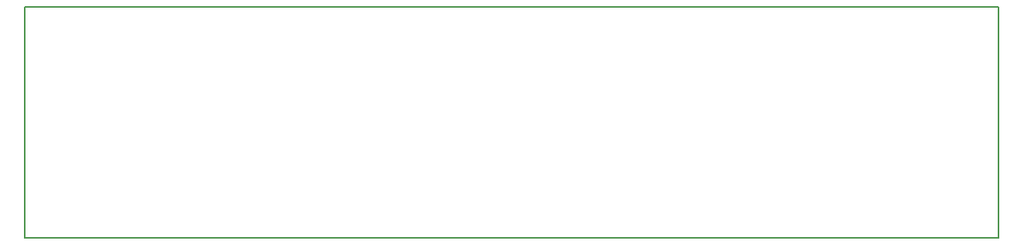
<source format=gbr>
G04 #@! TF.FileFunction,Profile,NP*
%FSLAX46Y46*%
G04 Gerber Fmt 4.6, Leading zero omitted, Abs format (unit mm)*
G04 Created by KiCad (PCBNEW 4.0.4-1.fc25-product) date Wed Feb 22 19:12:29 2017*
%MOMM*%
%LPD*%
G01*
G04 APERTURE LIST*
%ADD10C,0.100000*%
%ADD11C,0.150000*%
G04 APERTURE END LIST*
D10*
D11*
X175895000Y-71120000D02*
X175895000Y-76200000D01*
X175895000Y-55880000D02*
X175895000Y-60960000D01*
X175895000Y-55880000D02*
X175895000Y-53340000D01*
X175895000Y-60960000D02*
X175895000Y-71120000D01*
X175895000Y-78740000D02*
X175895000Y-76200000D01*
X69215000Y-78740000D02*
X74295000Y-78740000D01*
X69215000Y-53340000D02*
X69215000Y-78740000D01*
X74295000Y-53340000D02*
X69215000Y-53340000D01*
X175895000Y-78740000D02*
X140335000Y-78740000D01*
X140335000Y-53340000D02*
X175895000Y-53340000D01*
X74295000Y-78740000D02*
X140335000Y-78740000D01*
X74295000Y-53340000D02*
X140335000Y-53340000D01*
M02*

</source>
